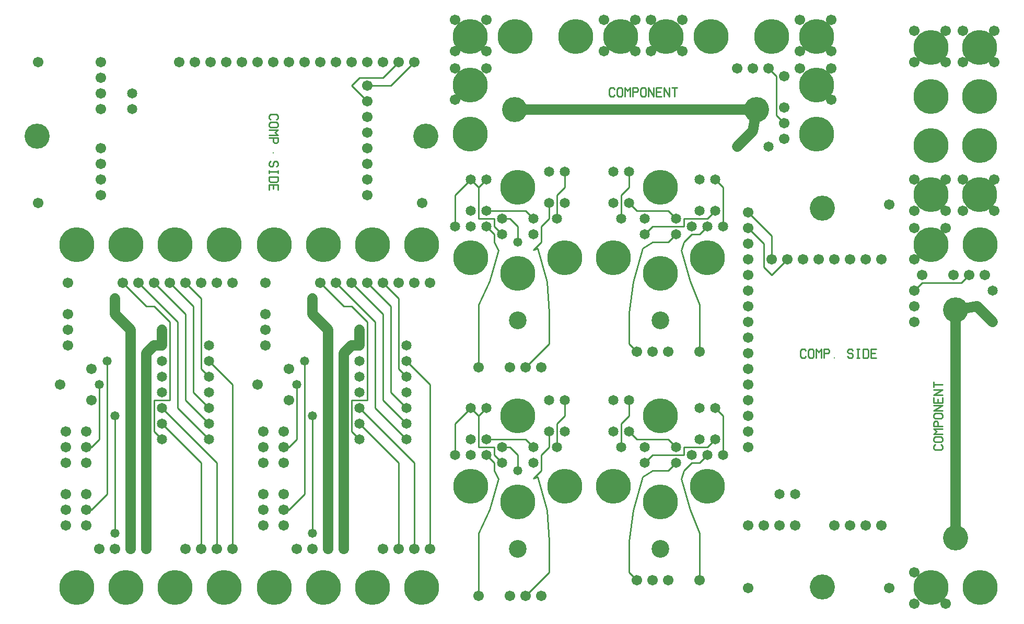
<source format=gtl>
%MOIN*%
%FSLAX25Y25*%
G04 D10 used for Character Trace; *
G04     Circle (OD=.01000) (No hole)*
G04 D11 used for Power Trace; *
G04     Circle (OD=.06700) (No hole)*
G04 D12 used for Signal Trace; *
G04     Circle (OD=.01100) (No hole)*
G04 D13 used for Via; *
G04     Circle (OD=.05800) (Round. Hole ID=.02800)*
G04 D14 used for Component hole; *
G04     Circle (OD=.06500) (Round. Hole ID=.03500)*
G04 D15 used for Component hole; *
G04     Circle (OD=.06700) (Round. Hole ID=.04300)*
G04 D16 used for Component hole; *
G04     Circle (OD=.08100) (Round. Hole ID=.05100)*
G04 D17 used for Component hole; *
G04     Circle (OD=.08900) (Round. Hole ID=.05900)*
G04 D18 used for Component hole; *
G04     Circle (OD=.11300) (Round. Hole ID=.08300)*
G04 D19 used for Component hole; *
G04     Circle (OD=.16000) (Round. Hole ID=.13000)*
G04 D20 used for Component hole; *
G04     Circle (OD=.18300) (Round. Hole ID=.15300)*
G04 D21 used for Component hole; *
G04     Circle (OD=.22291) (Round. Hole ID=.19291)*
%ADD10C,.01000*%
%ADD11C,.06700*%
%ADD12C,.01100*%
%ADD13C,.05800*%
%ADD14C,.06500*%
%ADD15C,.06700*%
%ADD16C,.08100*%
%ADD17C,.08900*%
%ADD18C,.11300*%
%ADD19C,.16000*%
%ADD20C,.18300*%
%ADD21C,.22291*%
%IPPOS*%
%LPD*%
G90*X4000Y0D02*D21*X39625Y15625D03*D15*           
X54000Y40000D03*X45500Y55000D03*X32500D03*        
X64000Y40000D03*D13*Y50000D03*D12*Y125000D01*D13* 
D03*X74000Y135000D03*D11*Y120000D01*D13*D03*D11*  
Y75000D01*D13*D03*D11*Y40000D01*D15*D03*X84000D03*
D11*Y55000D01*D13*D03*D11*Y100000D01*D13*D03*D11* 
Y155000D01*D13*D03*D11*Y165000D01*                
X89000Y170000D01*X94000D01*D14*D03*D11*Y180000D01*
D14*D03*D12*X99000Y135000D02*Y185000D01*          
X89000Y135000D02*X99000D01*X89000Y115000D02*      
Y135000D01*X94000Y110000D02*X89000Y115000D01*D14* 
X94000Y110000D03*Y120000D03*D12*X119000Y95000D01* 
Y40000D01*D15*D03*X129000D03*D12*Y95000D01*       
X94000Y130000D01*D14*D03*D12*X124000Y110000D02*   
X104000Y130000D01*D14*X124000Y110000D03*          
Y120000D03*D12*X109000Y135000D01*Y190000D01*      
X89000Y210000D01*D15*D03*X99000D03*D12*           
X114000Y195000D01*Y140000D01*X124000Y130000D01*   
D14*D03*Y140000D03*D12*X139000Y40000D02*          
Y145000D01*D15*Y40000D03*D21*X133375Y15625D03*D15*
X109000Y40000D03*D21*X102125Y15625D03*X70875D03*  
D12*X49000Y65000D02*X59000Y75000D01*              
X45500Y65000D02*X49000D01*D15*X45500D03*          
X32500Y75000D03*X45500D03*X32500Y65000D03*D12*    
X59000Y75000D02*Y160000D01*D13*D03*D15*           
X49000Y155000D03*D13*X54000Y145000D03*D12*        
Y110000D01*X49000Y105000D01*X45500D01*D15*D03*    
X32500Y115000D03*Y95000D03*X45500Y115000D03*      
X32500Y105000D03*X45500Y95000D03*D11*             
X74000Y135000D02*Y180000D01*D14*D03*D11*          
X64000Y190000D01*Y200000D01*D13*D03*D15*          
X69000Y210000D03*D12*X84000Y195000D01*X89000D01*  
X99000Y185000D01*X104000Y130000D02*Y185000D01*D14*
X94000Y140000D03*X124000Y150000D03*D12*           
X119000Y155000D01*Y200000D01*X109000Y210000D01*   
D15*D03*X119000D03*X129000D03*D21*                
X133375Y234375D03*D12*X104000Y185000D02*          
X79000Y210000D01*D15*D03*D21*X102125Y234375D03*   
X70875D03*X39625D03*D14*X124000Y170000D03*D15*    
X34000Y210000D03*Y190000D03*Y180000D03*Y170000D03*
D14*X94000Y160000D03*X124000D03*D12*              
X139000Y145000D01*D14*X94000Y150000D03*D15*       
X139000Y210000D03*X49000Y135000D03*               
X29000Y145000D03*G90*X0Y0D02*X155000Y145000D03*   
X158500Y55000D03*Y65000D03*Y75000D03*Y95000D03*   
Y105000D03*Y115000D03*D21*X165625Y15625D03*D15*   
X160000Y170000D03*X171500Y55000D03*Y65000D03*D12* 
X175000D01*X185000Y75000D01*Y160000D01*D13*D03*   
D15*X175000Y155000D03*D13*X180000Y145000D03*D12*  
Y110000D01*X175000Y105000D01*X171500D01*D15*D03*  
Y115000D03*Y95000D03*D13*X190000Y125000D03*D12*   
Y50000D01*D13*D03*D15*X200000Y40000D03*D11*       
Y75000D01*D13*D03*D11*Y120000D01*D13*D03*D11*     
Y135000D01*D13*D03*D11*Y180000D01*D14*D03*D11*    
X190000Y190000D01*Y200000D01*D13*D03*D15*         
X195000Y210000D03*D12*X210000Y195000D01*          
X215000D01*X225000Y185000D01*Y135000D01*          
X215000D01*Y115000D01*X220000Y110000D01*D14*D03*  
D13*X210000Y100000D03*D11*Y55000D01*D13*D03*D11*  
Y40000D01*D15*D03*X190000D03*D21*X196875Y15625D03*
D15*X235000Y40000D03*D21*X228125Y15625D03*D15*    
X180000Y40000D03*X245000D03*D12*Y95000D01*        
X220000Y120000D01*D14*D03*D12*X250000Y110000D02*  
X230000Y130000D01*D14*X250000Y110000D03*          
Y120000D03*D12*X235000Y135000D01*Y190000D01*      
X215000Y210000D01*D15*D03*X225000D03*D12*         
X240000Y195000D01*Y140000D01*X250000Y130000D01*   
D14*D03*Y140000D03*D12*X265000Y40000D02*          
Y145000D01*D15*Y40000D03*X255000D03*D12*Y95000D01*
X220000Y130000D01*D14*D03*D12*X230000D02*         
Y185000D01*X205000Y210000D01*D15*D03*D21*         
X228125Y234375D03*X196875D03*D15*                 
X235000Y210000D03*D12*X245000Y200000D01*          
Y155000D01*X250000Y150000D01*D14*D03*Y160000D03*  
D12*X265000Y145000D01*D14*X250000Y170000D03*      
X220000Y180000D03*D11*Y170000D01*D14*D03*D11*     
X215000D01*X210000Y165000D01*Y155000D01*D13*D03*  
D11*Y100000D01*D15*X175000Y135000D03*D14*         
X220000Y140000D03*D15*X171500Y75000D03*D14*       
X220000Y150000D03*Y160000D03*D15*                 
X160000Y180000D03*D21*X259375Y15625D03*D15*       
X160000Y190000D03*X265000Y210000D03*X255000D03*   
X245000D03*X160000D03*D21*X259375Y234375D03*      
X165625D03*G90*X3000Y0D02*D15*X468000Y15000D03*   
Y55000D03*Y105000D03*Y115000D03*Y125000D03*       
Y135000D03*Y145000D03*Y155000D03*Y165000D03*      
Y175000D03*Y185000D03*Y195000D03*Y205000D03*      
Y215000D03*Y225000D03*Y235000D03*Y245000D03*D12*  
X478000Y235000D01*Y220000D01*X483000Y215000D01*   
X493000Y225000D01*D15*D03*X503000D03*X483000D03*  
D12*Y240000D01*X468000Y255000D01*D15*D03*         
X513000Y225000D03*D19*X515300Y257900D03*D15*      
X523000Y225000D03*X533000D03*X543000D03*          
X553000D03*X558000Y260000D03*D10*                 
X504674Y163086D02*X503837Y162129D01*X502163D01*   
X501326Y163086D01*Y166914D01*X502163Y167871D01*   
X503837D01*X504674Y166914D01*X509674Y163086D02*   
X508837Y162129D01*X507163D01*X506326Y163086D01*   
Y166914D01*X507163Y167871D01*X508837D01*          
X509674Y166914D01*Y163086D01*X511326Y162129D02*   
Y167871D01*X513000Y165957D01*X514674Y167871D01*   
Y162129D01*X516326D02*Y167871D01*X518837D01*      
X519674Y166914D01*Y165957D01*X518837Y165000D01*   
X516326D01*X523000Y162129D03*X534674Y166914D02*   
X533837Y167871D01*X532163D01*X531326Y166914D01*   
Y165957D01*X532163Y165000D01*X533837D01*          
X534674Y164043D01*Y163086D01*X533837Y162129D01*   
X532163D01*X531326Y163086D01*X538000Y162129D02*   
Y167871D01*X537163Y162129D02*X538837D01*          
X537163Y167871D02*X538837D01*X541326Y162129D02*   
Y167871D01*X543837D01*X544674Y166914D01*          
Y163086D01*X543837Y162129D01*X541326D01*          
X549674D02*X546326D01*Y167871D01*X549674D01*      
X546326Y165000D02*X548837D01*D14*X488000Y75000D03*
X498000D03*D15*X478000Y55000D03*X488000D03*       
X498000D03*X523000D03*X533000D03*X543000D03*      
X553000D03*D19*X515300Y15900D03*D15*              
X558000Y15000D03*G90*X1000Y2000D02*D21*           
X290375Y305125D03*D19*X318800Y320750D03*D11*      
X473200D01*D19*D03*D11*X471000Y307000D01*         
X461000Y297000D01*D14*D03*X481000D03*D12*         
X486000Y342000D02*Y317000D01*X481000Y347000D02*   
X486000Y342000D01*D15*X481000Y347000D03*          
X491000Y342000D03*X471000Y347000D03*X501000D03*   
X461000D03*X491000Y322000D03*D21*                 
X511625Y336375D03*D12*X486000Y317000D02*          
X491000Y312000D01*D15*D03*Y302000D03*D21*         
X511625Y305125D03*D15*X521000Y327000D03*          
Y347000D03*D10*X421000Y329129D02*Y334871D01*      
X419326D02*X422674D01*X414326Y329129D02*          
Y334871D01*X417674Y329129D01*Y334871D01*          
X412674Y329129D02*X409326D01*Y334871D01*          
X412674D01*X409326Y332000D02*X411837D01*          
X404326Y329129D02*Y334871D01*X407674Y329129D01*   
Y334871D01*X402674Y330086D02*X401837Y329129D01*   
X400163D01*X399326Y330086D01*Y333914D01*          
X400163Y334871D01*X401837D01*X402674Y333914D01*   
Y330086D01*X394326Y329129D02*Y334871D01*          
X396837D01*X397674Y333914D01*Y332957D01*          
X396837Y332000D01*X394326D01*X389326Y329129D02*   
Y334871D01*X391000Y332957D01*X392674Y334871D01*   
Y329129D01*X387674Y330086D02*X386837Y329129D01*   
X385163D01*X384326Y330086D01*Y333914D01*          
X385163Y334871D01*X386837D01*X387674Y333914D01*   
Y330086D01*X382674D02*X381837Y329129D01*          
X380163D01*X379326Y330086D01*Y333914D01*          
X380163Y334871D01*X381837D01*X382674Y333914D01*   
D15*X301000Y347000D03*D21*X290375Y336375D03*D15*  
X281000Y347000D03*Y327000D03*G90*X1000Y0D02*D14*  
X281000Y100000D03*D12*Y120000D01*                 
X291000Y130000D01*D14*D03*D12*X296000Y125000D01*  
Y105000D01*X306000D01*Y100000D01*X311000Y95000D01*
D14*D03*D12*X306000Y90000D02*Y95000D01*           
X301000Y100000D01*D14*D03*X291000Y110000D03*      
X301000D03*D12*X326000D01*X331000Y105000D01*D14*  
D03*D12*X336000Y90000D02*Y100000D01*              
X331000Y85000D02*X336000Y90000D01*D13*X321000D03* 
D12*Y100000D01*X316000Y105000D01*X311000D01*D14*  
D03*X331000Y95000D03*D21*X321000Y125000D03*D14*   
X291000Y100000D03*D12*X296000Y125000D02*          
X301000Y130000D01*D14*D03*D12*X336000Y100000D02*  
X341000Y105000D01*Y115000D01*D14*D03*D12*         
X346000Y105000D02*Y120000D01*D14*Y105000D03*      
X351000Y115000D03*D12*X346000Y120000D02*          
X351000Y125000D01*Y135000D01*D14*D03*X341000D03*  
D21*X351000Y80000D03*X291000D03*X321000Y70000D03* 
D12*X296000Y10000D02*Y50000D01*D15*Y10000D03*     
X316000D03*D18*X321000Y40000D03*D15*              
X326000Y10000D03*D12*X341000Y25000D01*Y45000D01*  
D15*X336000Y10000D03*D10*X333466Y86000D02*        
X339533Y64800D01*X331000Y85000D02*                
X333466Y86000D01*X341000Y45000D02*                
X339533Y64800D01*X303016Y65266D02*                
X308683Y84933D01*X296000Y50000D02*                
X303016Y65266D01*X306000Y90000D02*                
X308683Y84933D01*G90*X2000Y0D02*D21*              
X382000Y80000D03*D14*Y115000D03*Y135000D03*       
X387000Y105000D03*D12*Y120000D01*                 
X392000Y125000D01*Y135000D01*D14*D03*D21*         
X412000Y125000D03*D14*X392000Y115000D03*D12*      
X397000Y110000D01*X417000D01*X422000Y105000D01*   
D14*D03*D12*X407000Y100000D02*X427000D01*         
X402000Y95000D02*X407000Y100000D01*D14*           
X402000Y95000D03*D12*X407000Y90000D02*X417000D01* 
X422000Y95000D01*D14*D03*D12*X427000Y90000D02*    
X432000Y95000D01*X437000D01*X442000Y100000D01*D14*
D03*D12*X427000Y105000D02*X442000D01*             
X427000Y100000D02*Y105000D01*D14*                 
X432000Y100000D03*X437000Y110000D03*D12*          
X442000Y105000D02*X447000Y110000D01*D14*D03*      
X452000Y100000D03*D12*Y125000D01*                 
X447000Y130000D01*D14*D03*X437000D03*             
X402000Y105000D03*D21*X442000Y80000D03*           
X412000Y70000D03*D12*X437000Y20000D02*Y50000D01*  
D15*Y20000D03*X417000D03*D18*X412000Y40000D03*D15*
X407000Y20000D03*X397000D03*D12*X392000Y25000D01* 
Y45000D01*D10*X394466Y64800D02*X400533Y86000D01*  
X392000Y45000D02*X394466Y64800D01*                
X407000Y90000D02*X400533Y86000D01*                
X425316Y84933D02*X430983Y65266D01*                
X427000Y90000D02*X425316Y84933D01*                
X437000Y50000D02*X430983Y65266D01*G90*            
X1000Y1000D02*D14*X281000Y246000D03*D12*          
Y266000D01*X291000Y276000D01*D14*D03*D12*         
X296000Y271000D01*Y251000D01*X306000D01*          
Y246000D01*X311000Y241000D01*D14*D03*D12*         
X306000Y236000D02*Y241000D01*X301000Y246000D01*   
D14*D03*X291000Y256000D03*X301000D03*D12*         
X326000D01*X331000Y251000D01*D14*D03*D12*         
X336000Y236000D02*Y246000D01*X331000Y231000D02*   
X336000Y236000D01*D13*X321000D03*D12*Y246000D01*  
X316000Y251000D01*X311000D01*D14*D03*             
X331000Y241000D03*D21*X321000Y271000D03*D14*      
X291000Y246000D03*D12*X296000Y271000D02*          
X301000Y276000D01*D14*D03*D12*X336000Y246000D02*  
X341000Y251000D01*Y261000D01*D14*D03*D12*         
X346000Y251000D02*Y266000D01*D14*Y251000D03*      
X351000Y261000D03*D12*X346000Y266000D02*          
X351000Y271000D01*Y281000D01*D14*D03*X341000D03*  
D21*X351000Y226000D03*X291000D03*                 
X321000Y216000D03*D12*X296000Y156000D02*          
Y196000D01*D15*Y156000D03*X316000D03*D18*         
X321000Y186000D03*D15*X326000Y156000D03*D12*      
X341000Y171000D01*Y191000D01*D15*                 
X336000Y156000D03*D10*X333466Y232000D02*          
X339533Y210800D01*X331000Y231000D02*              
X333466Y232000D01*X341000Y191000D02*              
X339533Y210800D01*X303016Y211266D02*              
X308683Y230933D01*X296000Y196000D02*              
X303016Y211266D01*X306000Y236000D02*              
X308683Y230933D01*G90*X2000Y1000D02*D21*          
X382000Y226000D03*D14*Y261000D03*Y281000D03*      
X387000Y251000D03*D12*Y266000D01*                 
X392000Y271000D01*Y281000D01*D14*D03*D21*         
X412000Y271000D03*D14*X392000Y261000D03*D12*      
X397000Y256000D01*X417000D01*X422000Y251000D01*   
D14*D03*D12*X407000Y246000D02*X427000D01*         
X402000Y241000D02*X407000Y246000D01*D14*          
X402000Y241000D03*D12*X407000Y236000D02*          
X417000D01*X422000Y241000D01*D14*D03*D12*         
X427000Y236000D02*X432000Y241000D01*X437000D01*   
X442000Y246000D01*D14*D03*D12*X427000Y251000D02*  
X442000D01*X427000Y246000D02*Y251000D01*D14*      
X432000Y246000D03*X437000Y256000D03*D12*          
X442000Y251000D02*X447000Y256000D01*D14*D03*      
X452000Y246000D03*D12*Y271000D01*                 
X447000Y276000D01*D14*D03*X437000D03*             
X402000Y251000D03*D21*X442000Y226000D03*          
X412000Y216000D03*D12*X437000Y166000D02*          
Y196000D01*D15*Y166000D03*X417000D03*D18*         
X412000Y186000D03*D15*X407000Y166000D03*          
X397000D03*D12*X392000Y171000D01*Y191000D01*D10*  
X394466Y210800D02*X400533Y232000D01*              
X392000Y191000D02*X394466Y210800D01*              
X407000Y236000D02*X400533Y232000D01*              
X425316Y230933D02*X430983Y211266D01*              
X427000Y236000D02*X425316Y230933D01*              
X437000Y196000D02*X430983Y211266D01*G90*          
X0Y1000D02*D15*X260000Y261000D03*X15000D03*       
X225000Y266000D03*X55000D03*D10*X162129Y269326D02*
Y272674D01*X167871D01*Y269326D01*                 
X165000Y272674D02*Y270163D01*D15*                 
X225000Y276000D03*D10*X162129Y277674D02*          
X167871D01*Y275163D01*X166914Y274326D01*          
X163086D01*X162129Y275163D01*Y277674D01*D15*      
X55000Y276000D03*D10*X162129Y281000D02*X167871D01*
X162129Y281837D02*Y280163D01*X167871Y281837D02*   
Y280163D01*D15*X225000Y286000D03*D10*             
X166914Y284326D02*X167871Y285163D01*Y286837D01*   
X166914Y287674D01*X165957D01*X165000Y286837D01*   
Y285163D01*X164043Y284326D01*X163086D01*          
X162129Y285163D01*Y286837D01*X163086Y287674D01*   
D15*X55000Y286000D03*X225000Y296000D03*D10*       
X165000Y293129D03*D15*X55000Y296000D03*D10*       
X162129Y302674D02*X167871D01*Y300163D01*          
X166914Y299326D01*X165957D01*X165000Y300163D01*   
Y302674D01*D19*X262100Y303700D03*D15*             
X225000Y306000D03*D10*X162129Y307674D02*          
X167871D01*X165957Y306000D01*X167871Y304326D01*   
X162129D01*D19*X14100Y303700D03*D10*              
X163086Y309326D02*X162129Y310163D01*Y311837D01*   
X163086Y312674D01*X166914D01*X167871Y311837D01*   
Y310163D01*X166914Y309326D01*X163086D01*D15*      
X225000Y316000D03*D10*X163086Y314326D02*          
X162129Y315163D01*Y316837D01*X163086Y317674D01*   
X166914D01*X167871Y316837D01*Y315163D01*          
X166914Y314326D01*D14*X75000Y321000D03*D15*       
X55000D03*X225000Y326000D03*D12*X215000Y336000D01*
X220000Y341000D01*X235000D01*X245000Y351000D01*   
D15*D03*X255000D03*D12*X240000Y336000D01*         
X225000D01*D15*D03*X235000Y351000D03*X225000D03*  
X215000D03*X205000D03*X195000D03*X185000D03*      
X175000D03*X165000D03*X155000D03*X145000D03*      
X135000D03*X125000D03*X115000D03*X105000D03*D14*  
X75000Y331000D03*D15*X55000Y351000D03*Y341000D03* 
Y331000D03*X15000Y351000D03*G90*X4000Y0D02*       
X574000Y5000D03*Y25000D03*Y185000D03*Y195000D03*  
Y205000D03*D12*X579000Y210000D01*X604000D01*      
X609000Y215000D01*D15*D03*X619000D03*X599000D03*  
D14*X624000Y205000D03*D19*X600250Y192800D03*D11*  
Y47200D01*D19*D03*D21*X584625Y15625D03*X615875D03*
D15*X594000Y5000D03*D10*X590914Y106674D02*        
X591871Y105837D01*Y104163D01*X590914Y103326D01*   
X587086D01*X586129Y104163D01*Y105837D01*          
X587086Y106674D01*X590914Y111674D02*              
X591871Y110837D01*Y109163D01*X590914Y108326D01*   
X587086D01*X586129Y109163D01*Y110837D01*          
X587086Y111674D01*X590914D01*X591871Y113326D02*   
X586129D01*X588043Y115000D01*X586129Y116674D01*   
X591871D01*Y118326D02*X586129D01*Y120837D01*      
X587086Y121674D01*X588043D01*X589000Y120837D01*   
Y118326D01*X590914Y126674D02*X591871Y125837D01*   
Y124163D01*X590914Y123326D01*X587086D01*          
X586129Y124163D01*Y125837D01*X587086Y126674D01*   
X590914D01*X591871Y128326D02*X586129D01*          
X591871Y131674D01*X586129D01*X591871Y136674D02*   
Y133326D01*X586129D01*Y136674D01*                 
X589000Y133326D02*Y135837D01*X591871Y138326D02*   
X586129D01*X591871Y141674D01*X586129D01*          
X591871Y145000D02*X586129D01*Y143326D02*          
Y146674D01*D14*X624000Y185000D03*D11*             
X614000Y195000D01*X600250Y192800D01*D15*          
X579000Y215000D03*X574000Y225000D03*D21*          
X615875Y234375D03*X584625D03*D15*                 
X594000Y245000D03*X574000D03*G90*X4000Y1000D02*   
X574000Y256000D03*Y276000D03*Y351000D03*          
Y371000D03*D21*X584625Y266625D03*Y297875D03*      
Y329125D03*Y360375D03*D15*X594000Y256000D03*      
Y276000D03*Y351000D03*Y371000D03*G90*X0Y1000D02*  
X605000Y256000D03*Y276000D03*Y351000D03*          
Y371000D03*D21*X615625Y266625D03*Y297875D03*      
Y329125D03*Y360375D03*D15*X625000Y256000D03*      
Y276000D03*Y351000D03*Y371000D03*G90*             
X1000Y3000D02*X301000Y358000D03*X281000D03*D21*   
X357875Y367375D03*X319125D03*X290375D03*D15*      
X376000Y378000D03*X301000D03*X281000D03*          
X376000Y358000D03*D21*X386625Y367375D03*D15*      
X396000Y358000D03*Y378000D03*X406000Y358000D03*   
Y378000D03*D21*X415375Y367375D03*D15*             
X426000Y358000D03*Y378000D03*D21*                 
X444125Y367375D03*X482875D03*D15*                 
X501000Y358000D03*Y378000D03*D21*                 
X511625Y367375D03*D15*X521000Y358000D03*          
Y378000D03*M02*                                   

</source>
